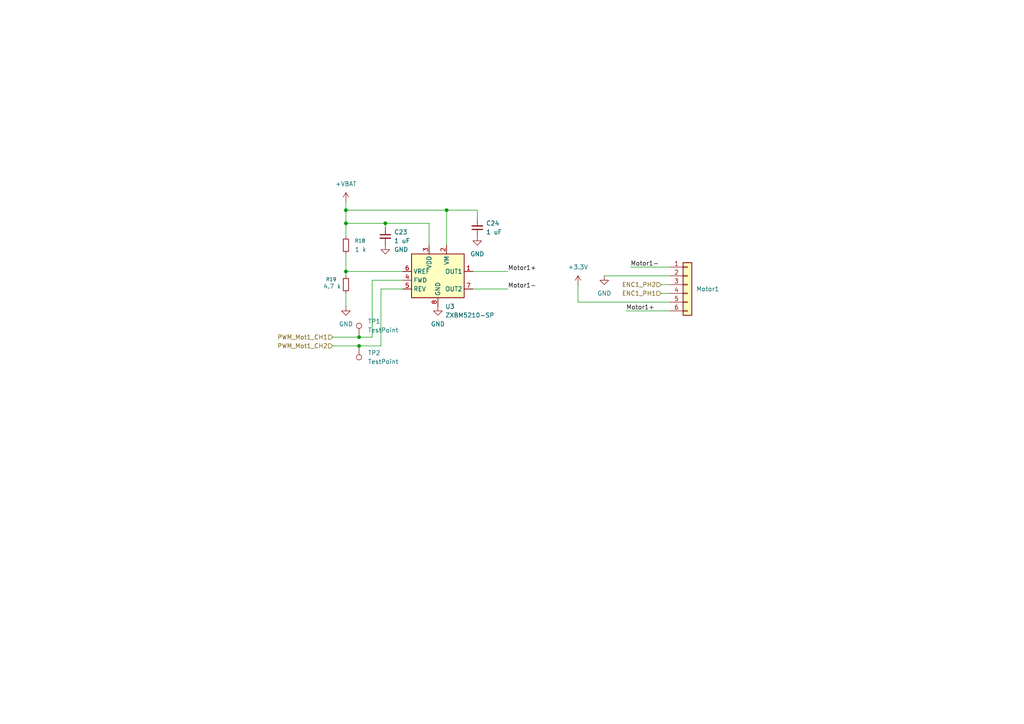
<source format=kicad_sch>
(kicad_sch (version 20250114) (generator "eeschema") (generator_version "9.0")
  (paper "A4")
  (lib_symbols
    (symbol "Connector:TestPoint" (pin_numbers (hide yes)) (pin_names (offset 0.762) (hide yes))
      (property "Reference" "TP" (at 0 6.858 0))
      (property "Value" "TestPoint" (at 0 5.08 0))
      (symbol "TestPoint_0_1"
        (circle (center 0 3.302) (radius 0.762))
      )
      (symbol "TestPoint_1_1"
        (pin passive line (at 0 0 90) (length 2.54) (name "1") (number "1"))
      )
    )
    (symbol "Connector_Generic:Conn_01x06" (pin_names (offset 1.016) (hide yes))
      (property "Reference" "J" (at 0 7.62 0))
      (property "Value" "Conn_01x06" (at 0 -10.16 0))
      (symbol "Conn_01x06_1_1"
        (rectangle (start -1.27 6.35) (end 1.27 -8.89) (stroke (width 0.254)) (fill (type background)))
        (rectangle (start -1.27 5.207) (end 0 4.953) (stroke (width 0.1524)))
        (rectangle (start -1.27 2.667) (end 0 2.413) (stroke (width 0.1524)))
        (rectangle (start -1.27 0.127) (end 0 -0.127) (stroke (width 0.1524)))
        (rectangle (start -1.27 -2.413) (end 0 -2.667) (stroke (width 0.1524)))
        (rectangle (start -1.27 -4.953) (end 0 -5.207) (stroke (width 0.1524)))
        (rectangle (start -1.27 -7.493) (end 0 -7.747) (stroke (width 0.1524)))
        (pin passive line (at -5.08 5.08 0) (length 3.81) (name "Pin_1") (number "1"))
        (pin passive line (at -5.08 2.54 0) (length 3.81) (name "Pin_2") (number "2"))
        (pin passive line (at -5.08 0 0) (length 3.81) (name "Pin_3") (number "3"))
        (pin passive line (at -5.08 -2.54 0) (length 3.81) (name "Pin_4") (number "4"))
        (pin passive line (at -5.08 -5.08 0) (length 3.81) (name "Pin_5") (number "5"))
        (pin passive line (at -5.08 -7.62 0) (length 3.81) (name "Pin_6") (number "6"))
      )
    )
    (symbol "Device:C_Small" (pin_numbers (hide yes)) (pin_names (offset 0.254) (hide yes))
      (property "Reference" "C" (at 0.254 1.778 0))
      (property "Value" "C_Small" (at 0.254 -2.032 0))
      (symbol "C_Small_0_1"
        (polyline (pts (xy -1.524 0.508) (xy 1.524 0.508)) (stroke (width 0.3048)))
        (polyline (pts (xy -1.524 -0.508) (xy 1.524 -0.508)) (stroke (width 0.3302)))
      )
      (symbol "C_Small_1_1"
        (pin passive line (at 0 2.54 270) (length 2.032) (name "~") (number "1"))
        (pin passive line (at 0 -2.54 90) (length 2.032) (name "~") (number "2"))
      )
    )
    (symbol "Device:R_Small" (pin_numbers (hide yes)) (pin_names (offset 0.254) (hide yes))
      (property "Reference" "R" (at 0 0 90))
      (property "Value" "R_Small" (at 1.778 0 90))
      (symbol "R_Small_0_1"
        (rectangle (start -0.762 1.778) (end 0.762 -1.778) (stroke (width 0.2032)))
      )
      (symbol "R_Small_1_1"
        (pin passive line (at 0 2.54 270) (length 0.762) (name "~") (number "1"))
        (pin passive line (at 0 -2.54 90) (length 0.762) (name "~") (number "2"))
      )
    )
    (symbol "Driver_Motor:ZXBM5210-SP"
      (property "Reference" "U" (at -7.62 8.89 0))
      (property "Value" "ZXBM5210-SP" (at 10.16 8.89 0))
      (symbol "ZXBM5210-SP_0_0"
        (pin input line (at -10.16 2.54 0) (length 2.54) (name "VREF") (number "6"))
        (pin input line (at -10.16 0 0) (length 2.54) (name "FWD") (number "4"))
        (pin input line (at -10.16 -2.54 0) (length 2.54) (name "REV") (number "5"))
        (pin power_in line (at -2.54 10.16 270) (length 2.54) (name "VDD") (number "3"))
        (pin power_in line (at 0 -7.62 90) (length 2.54) (name "GND") (number "8"))
        (pin passive line (at 0 -7.62 90) (length 2.54) (hide yes) (name "GND") (number "9"))
        (pin power_in line (at 2.54 10.16 270) (length 2.54) (name "VM") (number "2"))
        (pin output line (at 10.16 2.54 180) (length 2.54) (name "OUT1") (number "1"))
        (pin output line (at 10.16 -2.54 180) (length 2.54) (name "OUT2") (number "7"))
      )
      (symbol "ZXBM5210-SP_0_1"
        (rectangle (start -7.62 7.62) (end 7.62 -5.08) (stroke (width 0.254)) (fill (type background)))
      )
    )
    (symbol "power:+3.3V" (power) (pin_numbers (hide yes)) (pin_names (offset 0) (hide yes))
      (property "Value" "+3.3V" (at 0 3.556 0))
      (symbol "+3.3V_0_1"
        (polyline (pts (xy -0.762 1.27) (xy 0 2.54)))
        (polyline (pts (xy 0 2.54) (xy 0.762 1.27)))
        (polyline (pts (xy 0 0) (xy 0 2.54)))
      )
      (symbol "+3.3V_1_1"
        (pin power_in line (at 0 0 90) (length 0) (name "~") (number "1"))
      )
    )
    (symbol "power:+7.5V" (power) (pin_numbers (hide yes)) (pin_names (offset 0) (hide yes))
      (property "Value" "+7.5V" (at 0 3.556 0))
      (symbol "+7.5V_0_1"
        (polyline (pts (xy -0.762 1.27) (xy 0 2.54)))
        (polyline (pts (xy 0 2.54) (xy 0.762 1.27)))
        (polyline (pts (xy 0 0) (xy 0 2.54)))
      )
      (symbol "+7.5V_1_1"
        (pin power_in line (at 0 0 90) (length 0) (name "~") (number "1"))
      )
    )
    (symbol "power:GND" (power) (pin_numbers (hide yes)) (pin_names (offset 0) (hide yes))
      (property "Value" "GND" (at 0 -3.81 0))
      (symbol "GND_0_1"
        (polyline (pts (xy 0 0) (xy 0 -1.27) (xy 1.27 -1.27) (xy 0 -2.54) (xy -1.27 -1.27) (xy 0 -1.27)))
      )
      (symbol "GND_1_1"
        (pin power_in line (at 0 0 270) (length 0) (name "~") (number "1"))
      )
    )
  )
  (junction (at 111.76 64.77))
  (junction (at 129.54 60.96))
  (junction (at 100.33 78.74))
  (junction (at 100.33 60.96))
  (junction (at 104.14 97.79))
  (junction (at 100.33 64.77))
  (junction (at 104.14 100.33))
  (wire (pts (xy 167.64 87.63) (xy 194.31 87.63)))
  (wire (pts (xy 100.33 73.66) (xy 100.33 78.74)))
  (wire (pts (xy 100.33 85.09) (xy 100.33 88.9)))
  (wire (pts (xy 96.52 100.33) (xy 104.14 100.33)))
  (wire (pts (xy 129.54 60.96) (xy 129.54 71.12)))
  (wire (pts (xy 107.95 81.28) (xy 116.84 81.28)))
  (wire (pts (xy 100.33 64.77) (xy 111.76 64.77)))
  (wire (pts (xy 104.14 97.79) (xy 107.95 97.79)))
  (wire (pts (xy 129.54 60.96) (xy 100.33 60.96)))
  (wire (pts (xy 96.52 97.79) (xy 104.14 97.79)))
  (wire (pts (xy 191.77 85.09) (xy 194.31 85.09)))
  (wire (pts (xy 100.33 60.96) (xy 100.33 64.77)))
  (wire (pts (xy 181.61 90.17) (xy 194.31 90.17)))
  (wire (pts (xy 110.49 100.33) (xy 110.49 83.82)))
  (wire (pts (xy 138.43 60.96) (xy 138.43 63.5)))
  (wire (pts (xy 100.33 58.42) (xy 100.33 60.96)))
  (wire (pts (xy 147.32 78.74) (xy 137.16 78.74)))
  (wire (pts (xy 100.33 78.74) (xy 116.84 78.74)))
  (wire (pts (xy 129.54 60.96) (xy 138.43 60.96)))
  (wire (pts (xy 100.33 64.77) (xy 100.33 68.58)))
  (wire (pts (xy 100.33 78.74) (xy 100.33 80.01)))
  (wire (pts (xy 167.64 87.63) (xy 167.64 82.55)))
  (wire (pts (xy 194.31 80.01) (xy 175.26 80.01)))
  (wire (pts (xy 111.76 64.77) (xy 111.76 66.04)))
  (wire (pts (xy 137.16 83.82) (xy 147.32 83.82)))
  (wire (pts (xy 110.49 83.82) (xy 116.84 83.82)))
  (wire (pts (xy 104.14 100.33) (xy 110.49 100.33)))
  (wire (pts (xy 191.77 82.55) (xy 194.31 82.55)))
  (wire (pts (xy 182.88 77.47) (xy 194.31 77.47)))
  (wire (pts (xy 107.95 97.79) (xy 107.95 81.28)))
  (wire (pts (xy 111.76 64.77) (xy 124.46 64.77)))
  (wire (pts (xy 124.46 64.77) (xy 124.46 71.12)))
  (label "Motor1-" (at 182.88 77.47 0))
  (label "Motor1-" (at 147.32 83.82 0))
  (label "Motor1+" (at 147.32 78.74 0))
  (label "Motor1+" (at 181.61 90.17 0))
  (hierarchical_label "ENC1_PH2" (shape input) (at 191.77 82.55 180))
  (hierarchical_label "PWM_Mot1_CH1" (shape input) (at 96.52 97.79 180))
  (hierarchical_label "ENC1_PH1" (shape input) (at 191.77 85.09 180))
  (hierarchical_label "PWM_Mot1_CH2" (shape input) (at 96.52 100.33 180))
  (symbol (lib_id "Connector:TestPoint") (at 104.14 97.79 0) (unit 1)
    (property "Reference" "TP3" (at 106.68 93.2179 0) (effects (justify left)))
    (property "Value" "TestPoint" (at 106.68 95.7579 0) (effects (justify left)))
    (property "Footprint" "TestPoint:TestPoint_Pad_D1.5mm" (effects (hide yes)))
    (property "Description" "test point" (effects (hide yes)))
    (instances (project "Projet_Robot" (path "" (reference "TP1") (unit 1)) (path "" (reference "TP3") (unit 1))))
  )
  (symbol (lib_id "Driver_Motor:ZXBM5210-SP") (at 127 81.28 0) (unit 1)
    (property "Reference" "U2" (at 129.1433 88.9 0) (effects (justify left)))
    (property "Value" "ZXBM5210-SP" (at 129.1433 91.44 0) (effects (justify left)))
    (property "Footprint" "Package_SO:Diodes_SO-8EP" (effects (hide yes)))
    (property "Datasheet" "https://www.diodes.com/assets/Datasheets/ZXBM5210.pdf" (effects (hide yes)))
    (property "Description" "Reversible DC motor drive with speed control, 3-18V, 0.85A, SOIC-8EP" (effects (hide yes)))
    (instances (project "Projet_Robot" (path "" (reference "U3") (unit 1)) (path "" (reference "U2") (unit 1))))
  )
  (symbol (lib_id "power:GND") (at 138.43 68.58 0) (unit 1)
    (property "Reference" "#PWR017" (effects (hide yes)))
    (property "Value" "GND" (at 138.43 73.66 0))
    (property "Description" "Power symbol creates a global label with name \"GND\" , ground" (effects (hide yes)))
    (instances (project "Projet_Robot" (path "" (reference "#PWR023") (unit 1)) (path "" (reference "#PWR017") (unit 1))))
  )
  (symbol (lib_id "power:GND") (at 175.26 80.01 0) (unit 1)
    (property "Reference" "#PWR019" (effects (hide yes)))
    (property "Value" "GND" (at 175.26 85.09 0))
    (property "Description" "Power symbol creates a global label with name \"GND\" , ground" (effects (hide yes)))
    (instances (project "Projet_Robot" (path "" (reference "#PWR0218") (unit 1)) (path "" (reference "#PWR019") (unit 1))))
  )
  (symbol (lib_id "Connector:TestPoint") (at 104.14 100.33 180) (unit 1)
    (property "Reference" "TP4" (at 106.68 102.3619 0) (effects (justify right)))
    (property "Value" "TestPoint" (at 106.68 104.9019 0) (effects (justify right)))
    (property "Footprint" "TestPoint:TestPoint_Pad_D1.5mm" (effects (hide yes)))
    (property "Description" "test point" (effects (hide yes)))
    (instances (project "Projet_Robot" (path "" (reference "TP2") (unit 1)) (path "" (reference "TP4") (unit 1))))
  )
  (symbol (lib_id "power:GND") (at 111.76 71.12 0) (unit 1)
    (property "Reference" "#PWR015" (effects (hide yes)))
    (property "Value" "GND" (at 114.3 72.3899 0) (effects (justify left)))
    (property "Description" "Power symbol creates a global label with name \"GND\" , ground" (effects (hide yes)))
    (instances (project "Projet_Robot" (path "" (reference "#PWR021") (unit 1)) (path "" (reference "#PWR015") (unit 1))))
  )
  (symbol (lib_id "power:+3.3V") (at 167.64 82.55 0) (unit 1)
    (property "Reference" "#PWR018" (effects (hide yes)))
    (property "Value" "+3.3V" (at 167.64 77.47 0))
    (instances (project "Projet_Robot" (path "" (reference "#PWR0217") (unit 1)) (path "" (reference "#PWR018") (unit 1))))
  )
  (symbol (lib_id "power:+7.5V") (at 100.33 58.42 0) (unit 1)
    (property "Reference" "#PWR01" (effects (hide yes)))
    (property "Value" "+VBAT" (at 100.33 53.34 0))
    (property "Description" "Power symbol creates a global label with name \"+7.5V\"" (effects (hide yes)))
    (instances (project "" (path "" (reference "#PWR02") (unit 1)) (path "" (reference "#PWR01") (unit 1))))
  )
  (symbol (lib_id "Device:C_Small") (at 111.76 68.58 0) (unit 1)
    (property "Reference" "C22" (at 114.3 67.3162 0) (effects (justify left)))
    (property "Value" "1 uF" (at 114.3 69.8562 0) (effects (justify left)))
    (property "Footprint" "Capacitor_SMD:C_0201_0603Metric" (effects (hide yes)))
    (property "Description" "Unpolarized capacitor, small symbol" (effects (hide yes)))
    (instances (project "Projet_Robot" (path "" (reference "C23") (unit 1)) (path "" (reference "C22") (unit 1))))
  )
  (symbol (lib_id "Device:R_Small") (at 100.33 71.12 0) (unit 1)
    (property "Reference" "R15" (at 102.87 69.8499 0) (effects (font (size 1.016 1.016)) (justify left)))
    (property "Value" "1 k" (at 102.87 72.3899 0) (effects (justify left)))
    (property "Footprint" "Resistor_SMD:R_0603_1608Metric" (effects (hide yes)))
    (property "Description" "Resistor, small symbol" (effects (hide yes)))
    (instances (project "Projet_Robot" (path "" (reference "R18") (unit 1)) (path "" (reference "R15") (unit 1))))
  )
  (symbol (lib_id "Device:C_Small") (at 138.43 66.04 180) (unit 1)
    (property "Reference" "C25" (at 140.97 64.7635 0) (effects (justify right)))
    (property "Value" "1 uF" (at 140.97 67.3035 0) (effects (justify right)))
    (property "Footprint" "Capacitor_SMD:C_0201_0603Metric" (effects (hide yes)))
    (property "Description" "Unpolarized capacitor, small symbol" (effects (hide yes)))
    (instances (project "Projet_Robot" (path "" (reference "C24") (unit 1)) (path "" (reference "C25") (unit 1))))
  )
  (symbol (lib_id "Connector_Generic:Conn_01x06") (at 199.39 82.55 0) (unit 1)
    (property "Reference" "Motor2" (at 201.93 83.8199 0) (effects (justify left)))
    (property "Value" "Conn_01x06" (effects (hide yes)))
    (property "Footprint" "Connector_JST:JST_XH_S6B-XH-A_1x06_P2.50mm_Horizontal" (effects (hide yes)))
    (property "Description" "Generic connector, single row, 01x06, script generated (kicad-library-utils/schlib/autogen/connector/)" (effects (hide yes)))
    (instances (project "Projet_Robot" (path "" (reference "Motor1") (unit 1)) (path "" (reference "Motor2") (unit 1))))
  )
  (symbol (lib_id "Device:R_Small") (at 100.33 82.55 0) (unit 1)
    (property "Reference" "R16" (at 94.488 81.026 0) (effects (font (size 1.016 1.016)) (justify left)))
    (property "Value" "4.7 k" (at 93.726 83.058 0) (effects (justify left)))
    (property "Footprint" "Resistor_SMD:R_0603_1608Metric" (effects (hide yes)))
    (property "Description" "Resistor, small symbol" (effects (hide yes)))
    (instances (project "Projet_Robot" (path "" (reference "R19") (unit 1)) (path "" (reference "R16") (unit 1))))
  )
  (symbol (lib_id "power:GND") (at 100.33 88.9 0) (unit 1)
    (property "Reference" "#PWR014" (effects (hide yes)))
    (property "Value" "GND" (at 100.33 93.98 0))
    (property "Description" "Power symbol creates a global label with name \"GND\" , ground" (effects (hide yes)))
    (instances (project "Projet_Robot" (path "" (reference "#PWR020") (unit 1)) (path "" (reference "#PWR014") (unit 1))))
  )
  (symbol (lib_id "power:GND") (at 127 88.9 0) (unit 1)
    (property "Reference" "#PWR016" (effects (hide yes)))
    (property "Value" "GND" (at 127 93.98 0))
    (property "Description" "Power symbol creates a global label with name \"GND\" , ground" (effects (hide yes)))
    (instances (project "Projet_Robot" (path "" (reference "#PWR022") (unit 1)) (path "" (reference "#PWR016") (unit 1))))
  )
)
</source>
